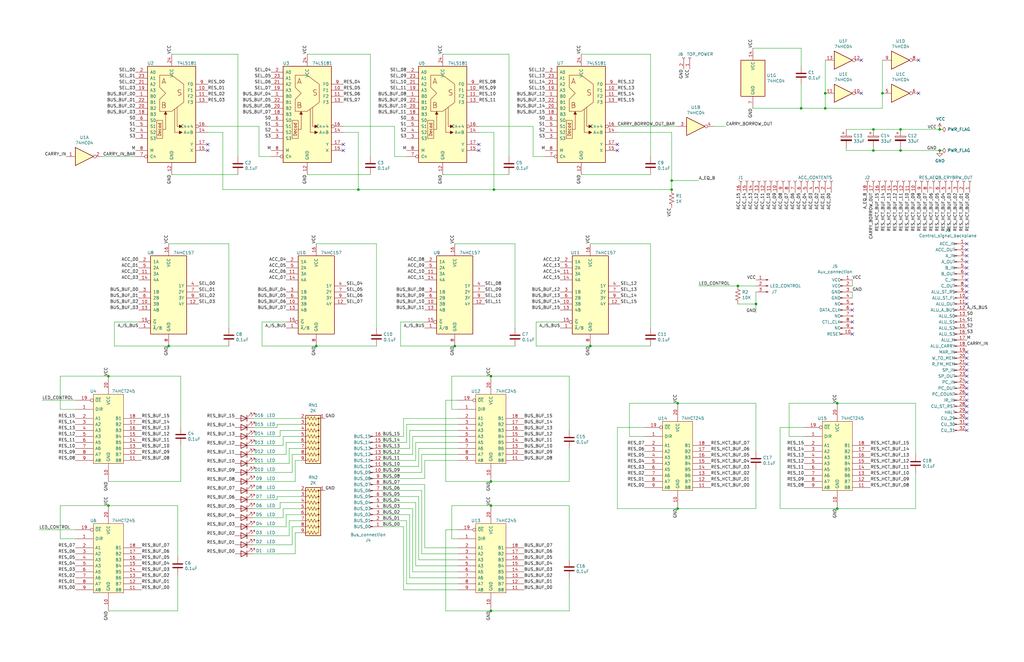
<source format=kicad_sch>
(kicad_sch (version 20211123) (generator eeschema)
  (paper "B")
  (junction (at 248.92 146.05))
  (junction (at 353.06 214.63))
  (junction (at 45.72 158.75))
  (junction (at 207.01 203.2))
  (junction (at 208.28 80.01))
  (junction (at 396.24 63.5))
  (junction (at 347.98 45.72))
  (junction (at 337.82 45.72))
  (junction (at 71.12 146.05))
  (junction (at 368.3 63.5))
  (junction (at 379.73 54.61))
  (junction (at 207.01 257.81))
  (junction (at 133.35 146.05))
  (junction (at 372.11 39.37))
  (junction (at 311.15 120.65))
  (junction (at 368.3 54.61))
  (junction (at 191.77 146.05))
  (junction (at 285.75 170.18))
  (junction (at 151.13 80.01))
  (junction (at 283.21 76.2))
  (junction (at 283.21 80.01))
  (junction (at 379.73 63.5))
  (junction (at 396.24 54.61))
  (junction (at 318.77 128.27))
  (junction (at 207.01 158.75))
  (junction (at 45.72 213.36))
  (junction (at 285.75 214.63))
  (junction (at 207.01 213.36))
  (junction (at 353.06 170.18))
  (junction (at 347.98 39.37))
  (no_connect (at 407.67 173.99))
  (no_connect (at 407.67 123.19))
  (no_connect (at 407.67 158.75))
  (no_connect (at 359.41 140.97))
  (no_connect (at 407.67 161.29))
  (no_connect (at 407.67 148.59))
  (no_connect (at 387.35 39.37))
  (no_connect (at 359.41 130.81))
  (no_connect (at 407.67 166.37))
  (no_connect (at 201.93 60.96))
  (no_connect (at 359.41 135.89))
  (no_connect (at 363.22 25.4))
  (no_connect (at 407.67 151.13))
  (no_connect (at 387.35 25.4))
  (no_connect (at 407.67 163.83))
  (no_connect (at 407.67 125.73))
  (no_connect (at 260.35 60.96))
  (no_connect (at 363.22 39.37))
  (no_connect (at 407.67 118.11))
  (no_connect (at 407.67 168.91))
  (no_connect (at 144.78 63.5))
  (no_connect (at 407.67 107.95))
  (no_connect (at 407.67 113.03))
  (no_connect (at 87.63 60.96))
  (no_connect (at 87.63 63.5))
  (no_connect (at 260.35 63.5))
  (no_connect (at 407.67 115.57))
  (no_connect (at 407.67 110.49))
  (no_connect (at 201.93 63.5))
  (no_connect (at 407.67 153.67))
  (no_connect (at 407.67 181.61))
  (no_connect (at 407.67 128.27))
  (no_connect (at 407.67 105.41))
  (no_connect (at 144.78 60.96))
  (no_connect (at 407.67 102.87))
  (no_connect (at 407.67 171.45))
  (no_connect (at 407.67 120.65))
  (no_connect (at 407.67 176.53))
  (no_connect (at 407.67 179.07))
  (no_connect (at 407.67 156.21))
  (wire (pts (xy 368.3 54.61) (xy 379.73 54.61)))
  (wire (pts (xy 118.11 214.63) (xy 118.11 212.09)))
  (wire (pts (xy 121.92 195.58) (xy 121.92 189.23)))
  (wire (pts (xy 120.65 135.89) (xy 110.49 135.89)))
  (wire (pts (xy 265.43 184.15) (xy 265.43 170.18)))
  (wire (pts (xy 119.38 184.15) (xy 127 184.15)))
  (wire (pts (xy 240.03 158.75) (xy 207.01 158.75)))
  (wire (pts (xy 31.75 172.72) (xy 25.4 172.72)))
  (wire (pts (xy 274.32 66.04) (xy 274.32 22.86)))
  (wire (pts (xy 271.78 184.15) (xy 265.43 184.15)))
  (wire (pts (xy 285.75 53.34) (xy 260.35 53.34)))
  (wire (pts (xy 74.93 213.36) (xy 74.93 234.95)))
  (wire (pts (xy 190.5 227.33) (xy 190.5 213.36)))
  (wire (pts (xy 236.22 135.89) (xy 226.06 135.89)))
  (wire (pts (xy 48.26 135.89) (xy 48.26 146.05)))
  (wire (pts (xy 58.42 135.89) (xy 48.26 135.89)))
  (wire (pts (xy 201.93 55.88) (xy 208.28 55.88)))
  (wire (pts (xy 193.04 241.3) (xy 173.99 241.3)))
  (wire (pts (xy 156.21 22.86) (xy 129.54 22.86)))
  (wire (pts (xy 106.68 222.25) (xy 120.65 222.25)))
  (wire (pts (xy 283.21 76.2) (xy 294.64 76.2)))
  (wire (pts (xy 25.4 158.75) (xy 45.72 158.75)))
  (wire (pts (xy 190.5 213.36) (xy 207.01 213.36)))
  (wire (pts (xy 171.45 219.71) (xy 161.29 219.71)))
  (wire (pts (xy 176.53 196.85) (xy 176.53 189.23)))
  (wire (pts (xy 187.96 168.91) (xy 187.96 203.2)))
  (wire (pts (xy 379.73 63.5) (xy 368.3 63.5)))
  (wire (pts (xy 347.98 39.37) (xy 347.98 45.72)))
  (wire (pts (xy 285.75 170.18) (xy 318.77 170.18)))
  (wire (pts (xy 173.99 184.15) (xy 193.04 184.15)))
  (wire (pts (xy 339.09 184.15) (xy 332.74 184.15)))
  (wire (pts (xy 106.68 214.63) (xy 118.11 214.63)))
  (wire (pts (xy 372.11 45.72) (xy 372.11 39.37)))
  (wire (pts (xy 271.78 180.34) (xy 260.35 180.34)))
  (wire (pts (xy 379.73 63.5) (xy 396.24 63.5)))
  (wire (pts (xy 193.04 236.22) (xy 176.53 236.22)))
  (wire (pts (xy 110.49 135.89) (xy 110.49 146.05)))
  (wire (pts (xy 123.19 199.39) (xy 106.68 199.39)))
  (wire (pts (xy 175.26 238.76) (xy 193.04 238.76)))
  (wire (pts (xy 187.96 203.2) (xy 207.01 203.2)))
  (wire (pts (xy 166.37 66.04) (xy 171.45 66.04)))
  (wire (pts (xy 274.32 102.87) (xy 274.32 138.43)))
  (wire (pts (xy 294.64 120.65) (xy 311.15 120.65)))
  (wire (pts (xy 106.68 180.34) (xy 116.84 180.34)))
  (wire (pts (xy 109.22 66.04) (xy 114.3 66.04)))
  (wire (pts (xy 283.21 76.2) (xy 283.21 55.88)))
  (wire (pts (xy 172.72 243.84) (xy 193.04 243.84)))
  (wire (pts (xy 171.45 246.38) (xy 171.45 219.71)))
  (wire (pts (xy 190.5 158.75) (xy 207.01 158.75)))
  (wire (pts (xy 110.49 146.05) (xy 133.35 146.05)))
  (wire (pts (xy 170.18 176.53) (xy 170.18 184.15)))
  (wire (pts (xy 224.79 53.34) (xy 224.79 66.04)))
  (wire (pts (xy 283.21 80.01) (xy 283.21 76.2)))
  (wire (pts (xy 74.93 257.81) (xy 45.72 257.81)))
  (wire (pts (xy 283.21 55.88) (xy 260.35 55.88)))
  (wire (pts (xy 25.4 227.33) (xy 25.4 213.36)))
  (wire (pts (xy 106.68 218.44) (xy 119.38 218.44)))
  (wire (pts (xy 260.35 180.34) (xy 260.35 214.63)))
  (wire (pts (xy 124.46 194.31) (xy 127 194.31)))
  (wire (pts (xy 193.04 223.52) (xy 187.96 223.52)))
  (wire (pts (xy 100.33 22.86) (xy 72.39 22.86)))
  (wire (pts (xy 124.46 203.2) (xy 124.46 194.31)))
  (wire (pts (xy 161.29 207.01) (xy 177.8 207.01)))
  (wire (pts (xy 106.68 176.53) (xy 127 176.53)))
  (wire (pts (xy 265.43 170.18) (xy 285.75 170.18)))
  (wire (pts (xy 193.04 172.72) (xy 190.5 172.72)))
  (wire (pts (xy 96.52 146.05) (xy 71.12 146.05)))
  (wire (pts (xy 337.82 45.72) (xy 317.5 45.72)))
  (wire (pts (xy 176.53 209.55) (xy 161.29 209.55)))
  (wire (pts (xy 207.01 203.2) (xy 240.03 203.2)))
  (wire (pts (xy 31.75 227.33) (xy 25.4 227.33)))
  (wire (pts (xy 193.04 191.77) (xy 177.8 191.77)))
  (wire (pts (xy 260.35 214.63) (xy 285.75 214.63)))
  (wire (pts (xy 171.45 179.07) (xy 193.04 179.07)))
  (wire (pts (xy 161.29 191.77) (xy 173.99 191.77)))
  (wire (pts (xy 43.18 66.04) (xy 57.15 66.04)))
  (wire (pts (xy 337.82 45.72) (xy 347.98 45.72)))
  (wire (pts (xy 123.19 222.25) (xy 123.19 229.87)))
  (wire (pts (xy 87.63 53.34) (xy 109.22 53.34)))
  (wire (pts (xy 116.84 180.34) (xy 116.84 179.07)))
  (wire (pts (xy 76.2 158.75) (xy 76.2 180.34)))
  (wire (pts (xy 318.77 170.18) (xy 318.77 190.5)))
  (wire (pts (xy 187.96 223.52) (xy 187.96 257.81)))
  (wire (pts (xy 74.93 242.57) (xy 74.93 257.81)))
  (wire (pts (xy 170.18 222.25) (xy 170.18 248.92)))
  (wire (pts (xy 175.26 186.69) (xy 175.26 194.31)))
  (wire (pts (xy 201.93 53.34) (xy 224.79 53.34)))
  (wire (pts (xy 106.68 226.06) (xy 121.92 226.06)))
  (wire (pts (xy 193.04 168.91) (xy 187.96 168.91)))
  (wire (pts (xy 71.12 102.87) (xy 96.52 102.87)))
  (wire (pts (xy 106.68 195.58) (xy 121.92 195.58)))
  (wire (pts (xy 248.92 102.87) (xy 274.32 102.87)))
  (wire (pts (xy 106.68 233.68) (xy 124.46 233.68)))
  (wire (pts (xy 193.04 176.53) (xy 170.18 176.53)))
  (wire (pts (xy 318.77 128.27) (xy 318.77 132.08)))
  (wire (pts (xy 172.72 189.23) (xy 161.29 189.23)))
  (wire (pts (xy 161.29 212.09) (xy 175.26 212.09)))
  (wire (pts (xy 214.63 66.04) (xy 214.63 22.86)))
  (wire (pts (xy 214.63 73.66) (xy 186.69 73.66)))
  (wire (pts (xy 45.72 213.36) (xy 74.93 213.36)))
  (wire (pts (xy 118.11 212.09) (xy 127 212.09)))
  (wire (pts (xy 379.73 62.23) (xy 379.73 63.5)))
  (wire (pts (xy 171.45 186.69) (xy 171.45 179.07)))
  (wire (pts (xy 151.13 55.88) (xy 151.13 80.01)))
  (wire (pts (xy 161.29 186.69) (xy 171.45 186.69)))
  (wire (pts (xy 144.78 53.34) (xy 166.37 53.34)))
  (wire (pts (xy 106.68 191.77) (xy 120.65 191.77)))
  (wire (pts (xy 356.87 54.61) (xy 368.3 54.61)))
  (wire (pts (xy 339.09 180.34) (xy 328.93 180.34)))
  (wire (pts (xy 123.19 229.87) (xy 106.68 229.87)))
  (wire (pts (xy 116.84 210.82) (xy 116.84 209.55)))
  (wire (pts (xy 240.03 203.2) (xy 240.03 189.23)))
  (wire (pts (xy 120.65 222.25) (xy 120.65 217.17)))
  (wire (pts (xy 379.73 54.61) (xy 396.24 54.61)))
  (wire (pts (xy 106.68 203.2) (xy 124.46 203.2)))
  (wire (pts (xy 332.74 170.18) (xy 353.06 170.18)))
  (wire (pts (xy 386.08 170.18) (xy 386.08 191.77)))
  (wire (pts (xy 193.04 181.61) (xy 172.72 181.61)))
  (wire (pts (xy 121.92 219.71) (xy 127 219.71)))
  (wire (pts (xy 226.06 146.05) (xy 248.92 146.05)))
  (wire (pts (xy 156.21 66.04) (xy 156.21 22.86)))
  (wire (pts (xy 158.75 102.87) (xy 158.75 138.43)))
  (wire (pts (xy 100.33 66.04) (xy 100.33 22.86)))
  (wire (pts (xy 116.84 179.07) (xy 127 179.07)))
  (wire (pts (xy 177.8 191.77) (xy 177.8 199.39)))
  (wire (pts (xy 25.4 213.36) (xy 45.72 213.36)))
  (wire (pts (xy 161.29 222.25) (xy 170.18 222.25)))
  (wire (pts (xy 177.8 199.39) (xy 161.29 199.39)))
  (wire (pts (xy 93.98 55.88) (xy 93.98 80.01)))
  (wire (pts (xy 76.2 203.2) (xy 45.72 203.2)))
  (wire (pts (xy 116.84 209.55) (xy 127 209.55)))
  (wire (pts (xy 179.07 194.31) (xy 193.04 194.31)))
  (wire (pts (xy 187.96 257.81) (xy 207.01 257.81)))
  (wire (pts (xy 173.99 241.3) (xy 173.99 214.63)))
  (wire (pts (xy 48.26 146.05) (xy 71.12 146.05)))
  (wire (pts (xy 208.28 80.01) (xy 283.21 80.01)))
  (wire (pts (xy 317.5 20.32) (xy 337.82 20.32)))
  (wire (pts (xy 121.92 189.23) (xy 127 189.23)))
  (wire (pts (xy 386.08 214.63) (xy 353.06 214.63)))
  (wire (pts (xy 118.11 184.15) (xy 118.11 181.61)))
  (wire (pts (xy 190.5 172.72) (xy 190.5 158.75)))
  (wire (pts (xy 337.82 35.56) (xy 337.82 45.72)))
  (wire (pts (xy 127 222.25) (xy 123.19 222.25)))
  (wire (pts (xy 119.38 218.44) (xy 119.38 214.63)))
  (wire (pts (xy 328.93 214.63) (xy 353.06 214.63)))
  (wire (pts (xy 166.37 53.34) (xy 166.37 66.04)))
  (wire (pts (xy 25.4 172.72) (xy 25.4 158.75)))
  (wire (pts (xy 127 191.77) (xy 123.19 191.77)))
  (wire (pts (xy 170.18 248.92) (xy 193.04 248.92)))
  (wire (pts (xy 173.99 191.77) (xy 173.99 184.15)))
  (wire (pts (xy 214.63 22.86) (xy 186.69 22.86)))
  (wire (pts (xy 176.53 189.23) (xy 193.04 189.23)))
  (wire (pts (xy 133.35 102.87) (xy 158.75 102.87)))
  (wire (pts (xy 191.77 102.87) (xy 217.17 102.87)))
  (wire (pts (xy 76.2 187.96) (xy 76.2 203.2)))
  (wire (pts (xy 368.3 63.5) (xy 356.87 63.5)))
  (wire (pts (xy 120.65 217.17) (xy 127 217.17)))
  (wire (pts (xy 217.17 102.87) (xy 217.17 138.43)))
  (wire (pts (xy 96.52 102.87) (xy 96.52 138.43)))
  (wire (pts (xy 156.21 73.66) (xy 129.54 73.66)))
  (wire (pts (xy 386.08 199.39) (xy 386.08 214.63)))
  (wire (pts (xy 193.04 227.33) (xy 190.5 227.33)))
  (wire (pts (xy 161.29 196.85) (xy 176.53 196.85)))
  (wire (pts (xy 121.92 226.06) (xy 121.92 219.71)))
  (wire (pts (xy 17.78 168.91) (xy 31.75 168.91)))
  (wire (pts (xy 151.13 80.01) (xy 208.28 80.01)))
  (wire (pts (xy 368.3 62.23) (xy 368.3 63.5)))
  (wire (pts (xy 120.65 191.77) (xy 120.65 186.69)))
  (wire (pts (xy 179.07 201.93) (xy 179.07 194.31)))
  (wire (pts (xy 300.99 53.34) (xy 306.07 53.34)))
  (wire (pts (xy 168.91 146.05) (xy 191.77 146.05)))
  (wire (pts (xy 356.87 63.5) (xy 356.87 62.23)))
  (wire (pts (xy 318.77 214.63) (xy 285.75 214.63)))
  (wire (pts (xy 177.8 207.01) (xy 177.8 233.68)))
  (wire (pts (xy 318.77 128.27) (xy 318.77 123.19)))
  (wire (pts (xy 318.77 198.12) (xy 318.77 214.63)))
  (wire (pts (xy 118.11 181.61) (xy 127 181.61)))
  (wire (pts (xy 161.29 217.17) (xy 172.72 217.17)))
  (wire (pts (xy 191.77 146.05) (xy 217.17 146.05)))
  (wire (pts (xy 124.46 233.68) (xy 124.46 224.79)))
  (wire (pts (xy 176.53 236.22) (xy 176.53 209.55)))
  (wire (pts (xy 175.26 212.09) (xy 175.26 238.76)))
  (wire (pts (xy 119.38 187.96) (xy 119.38 184.15)))
  (wire (pts (xy 359.41 125.73) (xy 359.41 123.19)))
  (wire (pts (xy 337.82 20.32) (xy 337.82 27.94)))
  (wire (pts (xy 100.33 73.66) (xy 72.39 73.66)))
  (wire (pts (xy 332.74 184.15) (xy 332.74 170.18)))
  (wire (pts (xy 106.68 207.01) (xy 127 207.01)))
  (wire (pts (xy 193.04 186.69) (xy 175.26 186.69)))
  (wire (pts (xy 144.78 55.88) (xy 151.13 55.88)))
  (wire (pts (xy 109.22 53.34) (xy 109.22 66.04)))
  (wire (pts (xy 120.65 186.69) (xy 127 186.69)))
  (wire (pts (xy 161.29 201.93) (xy 179.07 201.93)))
  (wire (pts (xy 240.03 257.81) (xy 207.01 257.81)))
  (wire (pts (xy 274.32 146.05) (xy 248.92 146.05)))
  (wire (pts (xy 177.8 233.68) (xy 193.04 233.68)))
  (wire (pts (xy 179.07 231.14) (xy 179.07 204.47)))
  (wire (pts (xy 328.93 180.34) (xy 328.93 214.63)))
  (wire (pts (xy 106.68 187.96) (xy 119.38 187.96)))
  (wire (pts (xy 123.19 191.77) (xy 123.19 199.39)))
  (wire (pts (xy 172.72 217.17) (xy 172.72 243.84)))
  (wire (pts (xy 175.26 194.31) (xy 161.29 194.31)))
  (wire (pts (xy 311.15 120.65) (xy 318.77 120.65)))
  (wire (pts (xy 87.63 55.88) (xy 93.98 55.88)))
  (wire (pts (xy 311.15 128.27) (xy 318.77 128.27)))
  (wire (pts (xy 240.03 243.84) (xy 240.03 257.81)))
  (wire (pts (xy 168.91 135.89) (xy 168.91 146.05)))
  (wire (pts (xy 226.06 135.89) (xy 226.06 146.05)))
  (wire (pts (xy 170.18 184.15) (xy 161.29 184.15)))
  (wire (pts (xy 347.98 45.72) (xy 372.11 45.72)))
  (wire (pts (xy 193.04 246.38) (xy 171.45 246.38)))
  (wire (pts (xy 106.68 210.82) (xy 116.84 210.82)))
  (wire (pts (xy 106.68 184.15) (xy 118.11 184.15)))
  (wire (pts (xy 45.72 158.75) (xy 76.2 158.75)))
  (wire (pts (xy 119.38 214.63) (xy 127 214.63)))
  (wire (pts (xy 93.98 80.01) (xy 151.13 80.01)))
  (wire (pts (xy 353.06 170.18) (xy 386.08 170.18)))
  (wire (pts (xy 372.11 39.37) (xy 372.11 25.4)))
  (wire (pts (xy 179.07 135.89) (xy 168.91 135.89)))
  (wire (pts (xy 359.41 120.65) (xy 359.41 118.11)))
  (wire (pts (xy 207.01 213.36) (xy 240.03 213.36)))
  (wire (pts (xy 16.51 223.52) (xy 31.75 223.52)))
  (wire (pts (xy 193.04 231.14) (xy 179.07 231.14)))
  (wire (pts (xy 274.32 73.66) (xy 245.11 73.66)))
  (wire (pts (xy 240.03 213.36) (xy 240.03 236.22)))
  (wire (pts (xy 179.07 204.47) (xy 161.29 204.47)))
  (wire (pts (xy 124.46 224.79) (xy 127 224.79)))
  (wire (pts (xy 274.32 22.86) (xy 245.11 22.86)))
  (wire (pts (xy 240.03 181.61) (xy 240.03 158.75)))
  (wire (pts (xy 208.28 55.88) (xy 208.28 80.01)))
  (wire (pts (xy 158.75 146.05) (xy 133.35 146.05)))
  (wire (pts (xy 347.98 25.4) (xy 347.98 39.37)))
  (wire (pts (xy 224.79 66.04) (xy 229.87 66.04)))
  (wire (pts (xy 172.72 181.61) (xy 172.72 189.23)))
  (wire (pts (xy 173.99 214.63) (xy 161.29 214.63)))
  (label "RES_BUF_14" (at 59.69 179.07 0))
  (label "RES_07" (at 271.78 187.96 180))
  (label "GND" (at 288.29 29.21 270))
  (label "M" (at 57.15 63.5 180))
  (label "GND" (at 137.16 176.53 0))
  (label "ACC_14" (at 236.22 115.57 180))
  (label "RES_09" (at 339.09 203.2 180))
  (label "ACC_10" (at 179.07 115.57 180))
  (label "ACC_03" (at 342.9 81.28 270))
  (label "RES_HCT_BUF_15" (at 370.84 81.28 270))
  (label "ACC_15" (at 236.22 118.11 180))
  (label "BUS_BUF_14" (at 229.87 45.72 180))
  (label "BUS_BUF_08" (at 171.45 40.64 180))
  (label "S3" (at 407.67 140.97 0))
  (label "RES_13" (at 260.35 38.1 0))
  (label "VCC" (at 72.39 22.86 90))
  (label "BUS_BUF_11" (at 179.07 130.81 180))
  (label "RES_HCT_BUF_01" (at 299.72 203.2 0))
  (label "ACC_02" (at 58.42 115.57 180))
  (label "RES_08" (at 201.93 35.56 0))
  (label "RES_HCT_BUF_02" (at 403.86 81.28 270))
  (label "VCC" (at 133.35 102.87 90))
  (label "ACC_10" (at 325.12 81.28 270))
  (label "BUS_BUF_15" (at 220.98 176.53 0))
  (label "GND" (at 191.77 146.05 270))
  (label "RES_02" (at 271.78 200.66 180))
  (label "SEL_14" (at 261.62 125.73 0))
  (label "RES_BUF_09" (at 59.69 191.77 0))
  (label "BUS_BUF_11" (at 171.45 48.26 180))
  (label "BUS_BUF_09" (at 171.45 43.18 180))
  (label "SEL_10" (at 171.45 35.56 180))
  (label "S1" (at 114.3 53.34 180))
  (label "RES_BUF_04" (at 99.06 218.44 180))
  (label "ACC_04" (at 340.36 81.28 270))
  (label "ACC_06" (at 120.65 115.57 180))
  (label "S3" (at 171.45 58.42 180))
  (label "ACC_13" (at 317.5 81.28 270))
  (label "BUS_BUF_05" (at 220.98 236.22 0))
  (label "A_EQ_B" (at 365.76 81.28 270))
  (label "S0" (at 57.15 50.8 180))
  (label "RES_10" (at 339.09 200.66 180))
  (label "SEL_00" (at 57.15 30.48 180))
  (label "SEL_13" (at 229.87 33.02 180))
  (label "ACC_07" (at 332.74 81.28 270))
  (label "BUS_BUF_08" (at 220.98 194.31 0))
  (label "ACC_11" (at 179.07 118.11 180))
  (label "RES_BUF_10" (at 59.69 189.23 0))
  (label "BUS_09" (at 161.29 199.39 0))
  (label "RES_00" (at 87.63 35.56 0))
  (label "GND" (at 317.5 45.72 270))
  (label "RES_HCT_BUF_10" (at 383.54 81.28 270))
  (label "ACC_04" (at 120.65 110.49 180))
  (label "BUS_BUF_05" (at 114.3 43.18 180))
  (label "SEL_12" (at 261.62 120.65 0))
  (label "A_IS_BUS" (at 236.22 138.43 180))
  (label "BUS_BUF_02" (at 57.15 45.72 180))
  (label "M" (at 114.3 63.5 180))
  (label "SEL_11" (at 171.45 38.1 180))
  (label "RES_HCT_BUF_00" (at 408.94 81.28 270))
  (label "ACC_05" (at 337.82 81.28 270))
  (label "RES_06" (at 271.78 190.5 180))
  (label "ACC_01" (at 347.98 81.28 270))
  (label "RES_HCT_BUF_14" (at 367.03 190.5 0))
  (label "BUS_BUF_10" (at 220.98 189.23 0))
  (label "S1" (at 171.45 53.34 180))
  (label "GND" (at 133.35 146.05 270))
  (label "BUS_BUF_13" (at 220.98 181.61 0))
  (label "BUS_02" (at 161.29 217.17 0))
  (label "CARRY_BORROW_OUT" (at 368.3 81.28 270))
  (label "BUS_05" (at 161.29 209.55 0))
  (label "SEL_12" (at 229.87 30.48 180))
  (label "RES_HCT_BUF_10" (at 367.03 200.66 0))
  (label "RES_12" (at 260.35 35.56 0))
  (label "GND" (at 45.72 257.81 270))
  (label "ACC_00" (at 58.42 110.49 180))
  (label "RES_BUF_12" (at 99.06 187.96 180))
  (label "BUS_BUF_15" (at 236.22 130.81 180))
  (label "S0" (at 407.67 133.35 0))
  (label "RES_BUF_01" (at 99.06 229.87 180))
  (label "VCC" (at 318.77 118.11 180))
  (label "BUS_13" (at 161.29 189.23 0))
  (label "BUS_BUF_12" (at 220.98 184.15 0))
  (label "S0" (at 171.45 50.8 180))
  (label "RES_BUF_14" (at 99.06 180.34 180))
  (label "VCC" (at 191.77 102.87 90))
  (label "S2" (at 229.87 55.88 180))
  (label "BUS_BUF_00" (at 58.42 123.19 180))
  (label "SEL_01" (at 57.15 33.02 180))
  (label "BUS_BUF_12" (at 229.87 40.64 180))
  (label "RES_BUF_09" (at 99.06 199.39 180))
  (label "RES_BUF_03" (at 59.69 241.3 0))
  (label "RES_12" (at 31.75 184.15 180))
  (label "SEL_02" (at 57.15 35.56 180))
  (label "LED_CONTROL" (at 294.64 120.65 0))
  (label "RES_14" (at 339.09 190.5 180))
  (label "BUS_BUF_01" (at 57.15 43.18 180))
  (label "RES_HCT_BUF_02" (at 299.72 200.66 0))
  (label "CARRY_IN" (at 27.94 66.04 180))
  (label "S2" (at 114.3 55.88 180))
  (label "CARRY_BORROW_OUT" (at 306.07 53.34 0))
  (label "RES_BUF_00" (at 59.69 248.92 0))
  (label "RES_03" (at 31.75 241.3 180))
  (label "RES_BUF_11" (at 59.69 186.69 0))
  (label "RES_HCT_BUF_09" (at 367.03 203.2 0))
  (label "RES_13" (at 31.75 181.61 180))
  (label "RES_HCT_BUF_12" (at 378.46 81.28 270))
  (label "VCC" (at 248.92 102.87 90))
  (label "RES_03" (at 87.63 43.18 0))
  (label "GND" (at 207.01 203.2 270))
  (label "RES_05" (at 271.78 193.04 180))
  (label "RES_04" (at 31.75 238.76 180))
  (label "BUS_BUF_00" (at 220.98 248.92 0))
  (label "ACC_14" (at 314.96 81.28 270))
  (label "BUS_07" (at 161.29 204.47 0))
  (label "S2" (at 171.45 55.88 180))
  (label "RES_15" (at 339.09 187.96 180))
  (label "RES_09" (at 31.75 191.77 180))
  (label "BUS_BUF_06" (at 220.98 233.68 0))
  (label "GND" (at 207.01 257.81 270))
  (label "BUS_01" (at 161.29 219.71 0))
  (label "RES_HCT_BUF_07" (at 391.16 81.28 270))
  (label "SEL_04" (at 114.3 30.48 180))
  (label "S1" (at 407.67 135.89 0))
  (label "ACC_15" (at 312.42 81.28 270))
  (label "RES_11" (at 31.75 186.69 180))
  (label "RES_15" (at 31.75 176.53 180))
  (label "BUS_BUF_02" (at 58.42 128.27 180))
  (label "RES_HCT_BUF_14" (at 373.38 81.28 270))
  (label "RES_HCT_BUF_07" (at 299.72 187.96 0))
  (label "RES_HCT_BUF_09" (at 386.08 81.28 270))
  (label "RES_09" (at 201.93 38.1 0))
  (label "CARRY_IN_BAR" (at 57.15 66.04 180))
  (label "ACC_11" (at 322.58 81.28 270))
  (label "RES_11" (at 339.09 198.12 180))
  (label "BUS_15" (at 161.29 184.15 0))
  (label "BUS_BUF_03" (at 57.15 48.26 180))
  (label "S1" (at 229.87 53.34 180))
  (label "SEL_08" (at 171.45 30.48 180))
  (label "RES_12" (at 339.09 195.58 180))
  (label "ACC_06" (at 335.28 81.28 270))
  (label "RES_BUF_10" (at 99.06 195.58 180))
  (label "BUS_BUF_07" (at 220.98 231.14 0))
  (label "ACC_01" (at 58.42 113.03 180))
  (label "BUS_BUF_04" (at 114.3 40.64 180))
  (label "SEL_05" (at 146.05 123.19 0))
  (label "S1" (at 57.15 53.34 180))
  (label "ACC_12" (at 320.04 81.28 270))
  (label "VCC" (at 45.72 158.75 90))
  (label "GND" (at 318.77 132.08 180))
  (label "S2" (at 407.67 138.43 0))
  (label "RES_HCT_BUF_11" (at 367.03 198.12 0))
  (label "S0" (at 114.3 50.8 180))
  (label "RES_06" (at 31.75 233.68 180))
  (label "RES_13" (at 339.09 193.04 180))
  (label "GND" (at 137.16 207.01 0))
  (label "ACC_09" (at 327.66 81.28 270))
  (label "CARRY_IN" (at 407.67 146.05 0))
  (label "BUS_BUF_10" (at 171.45 45.72 180))
  (label "A_EQ_B" (at 294.64 76.2 0))
  (label "ACC_09" (at 179.07 113.03 180))
  (label "S3" (at 229.87 58.42 180))
  (label "RES_BUF_00" (at 99.06 233.68 180))
  (label "SEL_06" (at 146.05 125.73 0))
  (label "BUS_14" (at 161.29 186.69 0))
  (label "SEL_03" (at 57.15 38.1 180))
  (label "SEL_00" (at 83.82 120.65 0))
  (label "RES_HCT_BUF_04" (at 398.78 81.28 270))
  (label "RES_00" (at 31.75 248.92 180))
  (label "RES_HCT_BUF_11" (at 381 81.28 270))
  (label "VCC" (at 186.69 22.86 90))
  (label "VCC" (at 45.72 213.36 90))
  (label "GND" (at 245.11 73.66 270))
  (label "BUS_BUF_10" (at 179.07 128.27 180))
  (label "BUS_BUF_00" (at 57.15 40.64 180))
  (label "BUS_08" (at 161.29 201.93 0))
  (label "RES_01" (at 31.75 246.38 180))
  (label "RES_HCT_BUF_03" (at 401.32 81.28 270))
  (label "SEL_11" (at 204.47 128.27 0))
  (label "VCC" (at 394.97 54.61 180))
  (label "BUS_11" (at 161.29 194.31 0))
  (label "RES_14" (at 31.75 179.07 180))
  (label "RES_04" (at 271.78 195.58 180))
  (label "ACC_00" (at 350.52 81.28 270))
  (label "SEL_14" (at 229.87 35.56 180))
  (label "SEL_15" (at 261.62 128.27 0))
  (label "RES_BUF_05" (at 99.06 214.63 180))
  (label "RES_06" (at 144.78 40.64 0))
  (label "LED_CONTROL" (at 17.78 168.91 0))
  (label "A_IS_BUS" (at 120.65 138.43 180))
  (label "GND" (at 285.75 214.63 270))
  (label "VCC" (at 207.01 213.36 90))
  (label "RES_HCT_BUF_06" (at 299.72 190.5 0))
  (label "VCC" (at 245.11 22.86 90))
  (label "SEL_07" (at 146.05 128.27 0))
  (label "SEL_03" (at 83.82 128.27 0))
  (label "BUS_BUF_01" (at 58.42 125.73 180))
  (label "RES_BUF_08" (at 99.06 203.2 180))
  (label "RES_BUF_15" (at 99.06 176.53 180))
  (label "SEL_06" (at 114.3 35.56 180))
  (label "M" (at 229.87 63.5 180))
  (label "BUS_BUF_09" (at 220.98 191.77 0))
  (label "VCC" (at 359.41 118.11 0))
  (label "ACC_03" (at 58.42 118.11 180))
  (label "SEL_07" (at 114.3 38.1 180))
  (label "RES_14" (at 260.35 40.64 0))
  (label "RES_BUF_07" (at 99.06 207.01 180))
  (label "BUS_BUF_05" (at 120.65 125.73 180))
  (label "RES_BUF_08" (at 59.69 194.31 0))
  (label "BUS_BUF_01" (at 220.98 246.38 0))
  (label "BUS_BUF_03" (at 220.98 241.3 0))
  (label "BUS_BUF_06" (at 114.3 45.72 180))
  (label "VCC" (at 285.75 170.18 90))
  (label "BUS_BUF_06" (at 120.65 128.27 180))
  (label "SEL_13" (at 261.62 123.19 0))
  (label "SEL_10" (at 204.47 125.73 0))
  (label "RES_HCT_BUF_00" (at 299.72 205.74 0))
  (label "BUS_BUF_08" (at 179.07 123.19 180))
  (label "RES_08" (at 339.09 205.74 180))
  (label "RES_10" (at 31.75 189.23 180))
  (label "BUS_BUF_07" (at 114.3 48.26 180))
  (label "RES_08" (at 31.75 194.31 180))
  (label "VCC" (at 317.5 20.32 90))
  (label "BUS_BUF_14" (at 220.98 179.07 0))
  (label "RES_HCT_BUF_13" (at 367.03 193.04 0))
  (label "BUS_BUF_13" (at 236.22 125.73 180))
  (label "RES_BUF_13" (at 59.69 181.61 0))
  (label "RES_BUF_13" (at 99.06 184.15 180))
  (label "BUS_BUF_13" (at 229.87 43.18 180))
  (label "RES_BUF_03" (at 99.06 222.25 180))
  (label "RES_07" (at 144.78 43.18 0))
  (label "RES_BUF_06" (at 99.06 210.82 180))
  (label "BUS_BUF_12" (at 236.22 123.19 180))
  (label "RES_BUF_04" (at 59.69 238.76 0))
  (label "BUS_BUF_11" (at 220.98 186.69 0))
  (label "ACC_12" (at 236.22 110.49 180))
  (label "RES_02" (at 87.63 40.64 0))
  (label "RES_05" (at 31.75 236.22 180))
  (label "BUS_10" (at 161.29 196.85 0))
  (label "M" (at 171.45 63.5 180))
  (label "ACC_08" (at 179.07 110.49 180))
  (label "SEL_09" (at 204.47 123.19 0))
  (label "VCC" (at 283.21 87.63 270))
  (label "RES_HCT_BUF_12" (at 367.03 195.58 0))
  (label "GND" (at 248.92 146.05 270))
  (label "ACC_13" (at 236.22 113.03 180))
  (label "GND" (at 353.06 214.63 270))
  (label "GND" (at 129.54 73.66 270))
  (label "A_IS_BUS" (at 179.07 138.43 180))
  (label "RES_15" (at 260.35 43.18 0))
  (label "RES_HCT_BUF_15" (at 367.03 187.96 0))
  (label "RES_HCT_BUF_08" (at 367.03 205.74 0))
  (label "RES_00" (at 271.78 205.74 180))
  (label "RES_BUF_02" (at 59.69 243.84 0))
  (label "GND" (at 71.12 146.05 270))
  (label "RES_03" (at 271.78 198.12 180))
  (label "GND" (at 186.69 73.66 270))
  (label "BUS_BUF_04" (at 220.98 238.76 0))
  (label "BUS_BUF_09" (at 179.07 125.73 180))
  (label "M" (at 407.67 143.51 0))
  (label "CARRY_BORROW_OUT_BAR" (at 260.35 53.34 0))
  (label "ACC_05" (at 120.65 113.03 180))
  (label "RES_05" (at 144.78 38.1 0))
  (label "LED_CONTROL" (at 16.51 223.52 0))
  (label "RES_HCT_BUF_04" (at 299.72 195.58 0))
  (label "SEL_09" (at 171.45 33.02 180))
  (label "RES_BUF_06" (at 59.69 233.68 0))
  (label "BUS_03" (at 161.29 214.63 0))
  (label "S2" (at 57.15 55.88 180))
  (label "VCC" (at 129.54 22.86 90))
  (label "BUS_00" (at 161.29 222.25 0))
  (label "RES_BUF_07" (at 59.69 231.14 0))
  (label "RES_BUF_11" (at 99.06 191.77 180))
  (label "VCC" (at 353.06 170.18 90))
  (label "S3" (at 114.3 58.42 180))
  (label "SEL_04" (at 146.05 120.65 0))
  (label "RES_07" (at 31.75 231.14 180))
  (label "BUS_BUF_04" (at 120.65 123.19 180))
  (label "GND" (at 359.41 123.19 0))
  (label "RES_BUF_12" (at 59.69 184.15 0))
  (label "BUS_12" (at 161.29 191.77 0))
  (label "BUS_BUF_14" (at 236.22 128.27 180))
  (label "BUS_BUF_03" (at 58.42 130.81 180))
  (label "RES_02" (at 31.75 243.84 180))
  (label "RES_BUF_01" (at 59.69 246.38 0))
  (label "BUS_04" (at 161.29 212.09 0))
  (label "RES_HCT_BUF_08" (at 388.62 81.28 270))
  (label "ACC_07" (at 120.65 118.11 180))
  (label "GND" (at 394.97 63.5 180))
  (label "RES_11" (at 201.93 43.18 0))
  (label "VCC" (at 290.83 29.21 270))
  (label "ACC_08" (at 330.2 81.28 270))
  (label "VCC" (at 207.01 158.75 90))
  (label "SEL_08" (at 204.47 120.65 0))
  (label "RES_01" (at 271.78 203.2 180))
  (label "ACC_02" (at 345.44 81.28 270))
  (label "RES_10" (at 201.93 40.64 0))
  (label "GND" (at 72.39 73.66 270))
  (label "BUS_06" (at 161.29 207.01 0))
  (label "RES_HCT_BUF_01" (at 406.4 81.28 270))
  (label "RES_01" (at 87.63 38.1 0))
  (label "RES_04" (at 144.78 35.56 0))
  (label "RES_HCT_BUF_06" (at 393.7 81.28 270))
  (label "RES_HCT_BUF_13" (at 375.92 81.28 270))
  (label "RES_BUF_02" (at 99.06 226.06 180))
  (label "RES_HCT_BUF_03" (at 299.72 198.12 0))
  (label "S0" (at 229.87 50.8 180))
  (label "RES_BUF_15" (at 59.69 176.53 0))
  (label "GND" (at 45.72 203.2 270))
  (label "SEL_02" (at 83.82 125.73 0))
  (label "RES_HCT_BUF_05" (at 299.72 193.04 0))
  (label "BUS_BUF_02" (at 220.98 243.84 0))
  (label "A_IS_BUS" (at 407.67 130.81 0))
  (label "SEL_15" (at 229.87 38.1 180))
  (label "RES_BUF_05" (at 59.69 236.22 0))
  (label "A_IS_BUS" (at 58.42 138.43 180))
  (label "VCC" (at 71.12 102.87 90))
  (label "SEL_05" (at 114.3 33.02 180))
  (label "S3" (at 57.15 58.42 180))
  (label "BUS_BUF_15" (at 229.87 48.26 180))
  (label "BUS_BUF_07" (at 120.65 130.81 180))
  (label "RES_HCT_BUF_05" (at 396.24 81.28 270))
  (label "SEL_01" (at 83.82 123.19 0))
  (symbol (lib_id "sixteen-bit-computer:Aux_connection") (at 354.33 128.27 0) (unit 1)
    (property "Reference" "J5" (at 352.0948 112.395 0))
    (property "Value" "Aux_connection" (at 352.0948 114.7064 0))
    (property "Footprint" "sixteen-bit-computer:aux-connection" (effects hide))
  )
  (symbol (lib_id "sixteen-bit-computer:Bus_connection") (at 158.75 204.47 0) (mirror x) (unit 1)
    (property "Reference" "J4" (at 155.2448 227.965 0))
    (property "Value" "Bus_connection" (at 155.2448 225.6536 0))
    (property "Footprint" "sixteen-bit-computer:bus-connection" (effects hide))
  )
  (symbol (lib_id "sixteen-bit-computer:Control_signal_backplane") (at 402.59 140.97 0) (unit 1)
    (property "Reference" "J3" (at 399.7198 97.155 0))
    (property "Value" "Control_signal_backplane" (at 399.7198 99.4664 0))
    (property "Footprint" "sixteen-bit-computer:backplane-connector-single-row-annotated" (effects hide))
  )
  (symbol (lib_id "sixteen-bit-computer:74HC157") (at 71.12 124.46 0) (unit 1)
    (property "Reference" "U8" (at 63.5 106.68 0))
    (property "Value" "74HC157" (at 77.47 106.68 0))
    (property "Footprint" "Package_DIP:DIP-16_W7.62mm_Socket" (effects hide))
    (property "Datasheet" "https://www.ti.com/lit/ds/symlink/sn74hct157.pdf" (effects hide))
  )
  (symbol (lib_id "sixteen-bit-computer:74HC157") (at 133.35 124.46 0) (unit 1)
    (property "Reference" "U10" (at 127 106.68 0))
    (property "Value" "74HC157" (at 139.7 106.68 0))
    (property "Footprint" "Package_DIP:DIP-16_W7.62mm_Socket" (effects hide))
    (property "Datasheet" "https://www.ti.com/lit/ds/symlink/sn74hct157.pdf" (effects hide))
  )
  (symbol (lib_id "sixteen-bit-computer:74HC157") (at 248.92 124.46 0) (unit 1)
    (property "Reference" "U11" (at 242.57 106.68 0))
    (property "Value" "74HC157" (at 255.27 106.68 0))
    (property "Footprint" "Package_DIP:DIP-16_W7.62mm_Socket" (effects hide))
    (property "Datasheet" "https://www.ti.com/lit/ds/symlink/sn74hct157.pdf" (effects hide))
  )
  (symbol (lib_id "sixteen-bit-computer:74HC157") (at 191.77 124.46 0) (unit 1)
    (property "Reference" "U9" (at 184.15 106.68 0))
    (property "Value" "74HC157" (at 198.12 106.68 0))
    (property "Footprint" "Package_DIP:DIP-16_W7.62mm_Socket" (effects hide))
    (property "Datasheet" "https://www.ti.com/lit/ds/symlink/sn74hct157.pdf" (effects hide))
  )
  (symbol (lib_id "Device:LED") (at 102.87 176.53 180) (unit 1)
    (property "Reference" "D16" (at 109.22 175.26 0))
    (property "Value" "LED" (at 114.3 175.26 0))
    (property "Footprint" "sixteen-bit-computer:LED_D5.0mm_Horizontal_O3.81mm_Z3.0mm" (effects hide))
  )
  (symbol (lib_id "Device:LED") (at 102.87 180.34 180) (unit 1)
    (property "Reference" "D15" (at 109.22 179.07 0))
    (property "Value" "LED" (at 114.3 179.07 0))
    (property "Footprint" "sixteen-bit-computer:LED_D5.0mm_Horizontal_O3.81mm_Z3.0mm" (effects hide))
  )
  (symbol (lib_id "Device:LED") (at 102.87 184.15 180) (unit 1)
    (property "Reference" "D14" (at 109.22 182.88 0))
    (property "Value" "LED" (at 114.3 182.88 0))
    (property "Footprint" "sixteen-bit-computer:LED_D5.0mm_Horizontal_O3.81mm_Z3.0mm" (effects hide))
  )
  (symbol (lib_id "Device:LED") (at 102.87 187.96 180) (unit 1)
    (property "Reference" "D13" (at 109.22 186.69 0))
    (property "Value" "LED" (at 114.3 186.69 0))
    (property "Footprint" "sixteen-bit-computer:LED_D5.0mm_Horizontal_O3.81mm_Z3.0mm" (effects hide))
  )
  (symbol (lib_id "Device:LED") (at 102.87 191.77 180) (unit 1)
    (property "Reference" "D12" (at 109.22 190.5 0))
    (property "Value" "LED" (at 114.3 190.5 0))
    (property "Footprint" "sixteen-bit-computer:LED_D5.0mm_Horizontal_O3.81mm_Z3.0mm" (effects hide))
  )
  (symbol (lib_id "Device:LED") (at 102.87 195.58 180) (unit 1)
    (property "Reference" "D11" (at 109.22 194.31 0))
    (property "Value" "LED" (at 114.3 194.31 0))
    (property "Footprint" "sixteen-bit-computer:LED_D5.0mm_Horizontal_O3.81mm_Z3.0mm" (effects hide))
  )
  (symbol (lib_id "Device:LED") (at 102.87 199.39 180) (unit 1)
    (property "Reference" "D10" (at 109.22 198.12 0))
    (property "Value" "LED" (at 114.3 198.12 0))
    (property "Footprint" "sixteen-bit-computer:LED_D5.0mm_Horizontal_O3.81mm_Z3.0mm" (effects hide))
  )
  (symbol (lib_id "Device:LED") (at 102.87 203.2 180) (unit 1)
    (property "Reference" "D9" (at 109.22 201.93 0))
    (property "Value" "LED" (at 114.3 201.93 0))
    (property "Footprint" "sixteen-bit-computer:LED_D5.0mm_Horizontal_O3.81mm_Z3.0mm" (effects hide))
  )
  (symbol (lib_id "Device:LED") (at 102.87 207.01 180) (unit 1)
    (property "Reference" "D8" (at 109.22 205.74 0))
    (property "Value" "LED" (at 114.3 205.74 0))
    (property "Footprint" "sixteen-bit-computer:LED_D5.0mm_Horizontal_O3.81mm_Z3.0mm" (effects hide))
  )
  (symbol (lib_id "Device:LED") (at 102.87 210.82 180) (unit 1)
    (property "Reference" "D7" (at 109.22 209.55 0))
    (property "Value" "LED" (at 114.3 209.55 0))
    (property "Footprint" "sixteen-bit-computer:LED_D5.0mm_Horizontal_O3.81mm_Z3.0mm" (effects hide))
  )
  (symbol (lib_id "Device:LED") (at 102.87 214.63 180) (unit 1)
    (property "Reference" "D6" (at 109.22 213.36 0))
    (property "Value" "LED" (at 114.3 213.36 0))
    (property "Footprint" "sixteen-bit-computer:LED_D5.0mm_Horizontal_O3.81mm_Z3.0mm" (effects hide))
  )
  (symbol (lib_id "Device:LED") (at 102.87 218.44 180) (unit 1)
    (property "Reference" "D5" (at 109.22 217.17 0))
    (property "Value" "LED" (at 114.3 217.17 0))
    (property "Footprint" "sixteen-bit-computer:LED_D5.0mm_Horizontal_O3.81mm_Z3.0mm" (effects hide))
  )
  (symbol (lib_id "Device:LED") (at 102.87 222.25 180) (unit 1)
    (property "Reference" "D4" (at 109.22 220.98 0))
    (property "Value" "LED" (at 114.3 220.98 0))
    (property "Footprint" "sixteen-bit-computer:LED_D5.0mm_Horizontal_O3.81mm_Z3.0mm" (effects hide))
  )
  (symbol (lib_id "Device:LED") (at 102.87 226.06 180) (unit 1)
    (property "Reference" "D3" (at 109.22 224.79 0))
    (property "Value" "LED" (at 114.3 224.79 0))
    (property "Footprint" "sixteen-bit-computer:LED_D5.0mm_Horizontal_O3.81mm_Z3.0mm" (effects hide))
  )
  (symbol (lib_id "Device:LED") (at 102.87 229.87 180) (unit 1)
    (property "Reference" "D2" (at 109.22 228.6 0))
    (property "Value" "LED" (at 114.3 228.6 0))
    (property "Footprint" "sixteen-bit-computer:LED_D5.0mm_Horizontal_O3.81mm_Z3.0mm" (effects hide))
  )
  (symbol (lib_id "Device:LED") (at 102.87 233.68 180) (unit 1)
    (property "Reference" "D1" (at 109.22 232.41 0))
    (property "Value" "LED" (at 114.3 232.41 0))
    (property "Footprint" "sixteen-bit-computer:LED_D5.0mm_Horizontal_O3.81mm_Z3.0mm" (effects hide))
  )
  (symbol (lib_id "74xx:74HC04") (at 35.56 66.04 0) (unit 1)
    (property "Reference" "U1" (at 35.56 57.9882 0))
    (property "Value" "74HC04" (at 35.56 60.2996 0))
    (property "Footprint" "Package_DIP:DIP-14_W7.62mm_Socket" (effects hide))
    (property "Datasheet" "https://assets.nexperia.com/documents/data-sheet/74HC_HCT04.pdf" (effects hide))
  )
  (symbol (lib_id "74xx:74HC04") (at 293.37 53.34 0) (unit 2)
    (property "Reference" "U1" (at 293.37 45.2882 0))
    (property "Value" "74HC04" (at 293.37 47.5996 0))
    (property "Footprint" "Package_DIP:DIP-14_W7.62mm_Socket" (effects hide))
    (property "Datasheet" "https://assets.nexperia.com/documents/data-sheet/74HC_HCT04.pdf" (effects hide))
  )
  (symbol (lib_id "74xx:74HC04") (at 379.73 39.37 0) (unit 3)
    (property "Reference" "U1" (at 379.73 31.3182 0))
    (property "Value" "74HC04" (at 379.73 33.6296 0))
    (property "Footprint" "Package_DIP:DIP-14_W7.62mm_Socket" (effects hide))
    (property "Datasheet" "https://assets.nexperia.com/documents/data-sheet/74HC_HCT04.pdf" (effects hide))
  )
  (symbol (lib_id "74xx:74HC04") (at 379.73 25.4 0) (unit 4)
    (property "Reference" "U1" (at 379.73 17.3482 0))
    (property "Value" "74HC04" (at 379.73 19.6596 0))
    (property "Footprint" "Package_DIP:DIP-14_W7.62mm_Socket" (effects hide))
    (property "Datasheet" "https://assets.nexperia.com/documents/data-sheet/74HC_HCT04.pdf" (effects hide))
  )
  (symbol (lib_id "74xx:74HC04") (at 355.6 39.37 0) (unit 5)
    (property "Reference" "U1" (at 355.6 31.3182 0))
    (property "Value" "74HC04" (at 355.6 33.6296 0))
    (property "Footprint" "Package_DIP:DIP-14_W7.62mm_Socket" (effects hide))
    (property "Datasheet" "https://assets.nexperia.com/documents/data-sheet/74HC_HCT04.pdf" (effects hide))
  )
  (symbol (lib_id "74xx:74HC04") (at 355.6 25.4 0) (unit 6)
    (property "Reference" "U1" (at 355.6 17.3482 0))
    (property "Value" "74HC04" (at 355.6 19.6596 0))
    (property "Footprint" "Package_DIP:DIP-14_W7.62mm_Socket" (effects hide))
    (property "Datasheet" "https://assets.nexperia.com/documents/data-sheet/74HC_HCT04.pdf" (effects hide))
  )
  (symbol (lib_id "74xx:74HC04") (at 317.5 33.02 0) (unit 7)
    (property "Reference" "U1" (at 323.342 31.8516 0) (effects (justify left)))
    (property "Value" "74HC04" (at 323.342 34.163 0) (effects (justify left)))
    (property "Footprint" "Package_DIP:DIP-14_W7.62mm_Socket" (effects hide))
    (property "Datasheet" "https://assets.nexperia.com/documents/data-sheet/74HC_HCT04.pdf" (effects hide))
  )
  (symbol (lib_id "sixteen-bit-computer:74HCT245") (at 45.72 237.49 0) (unit 1)
    (property "Reference" "U6" (at 39.37 219.71 0))
    (property "Value" "74HCT245" (at 52.07 219.71 0))
    (property "Footprint" "Package_DIP:DIP-20_W7.62mm_Socket" (effects hide))
  )
  (symbol (lib_id "sixteen-bit-computer:74HCT245") (at 45.72 182.88 0) (unit 1)
    (property "Reference" "U4" (at 39.37 165.1 0))
    (property "Value" "74HCT245" (at 52.07 165.1 0))
    (property "Footprint" "Package_DIP:DIP-20_W7.62mm_Socket" (effects hide))
  )
  (symbol (lib_id "Connector:Conn_01x16_Female") (at 332.74 76.2 270) (mirror x) (unit 1)
    (property "Reference" "J1" (at 311.15 74.93 90) (effects (justify left)))
    (property "Value" "ACC_CONTENTS" (at 336.55 74.93 90) (effects (justify left)))
    (property "Footprint" "Connector_PinSocket_2.54mm:PinSocket_1x16_P2.54mm_Horizontal" (effects hide))
  )
  (symbol (lib_id "Device:C") (at 100.33 69.85 0) (unit 1)
    (property "Reference" "C2" (at 103.251 68.6816 0) (effects (justify left)))
    (property "Value" "0.1uF" (at 103.251 70.993 0) (effects (justify left)))
    (property "Footprint" "Capacitor_THT:C_Disc_D4.7mm_W2.5mm_P5.00mm" (effects hide))
  )
  (symbol (lib_id "Device:C") (at 156.21 69.85 0) (unit 1)
    (property "Reference" "C3" (at 159.131 68.6816 0) (effects (justify left)))
    (property "Value" "0.1uF" (at 159.131 70.993 0) (effects (justify left)))
    (property "Footprint" "Capacitor_THT:C_Disc_D4.7mm_W2.5mm_P5.00mm" (effects hide))
  )
  (symbol (lib_id "Device:C") (at 214.63 69.85 0) (unit 1)
    (property "Reference" "C5" (at 217.551 68.6816 0) (effects (justify left)))
    (property "Value" "0.1uF" (at 217.551 70.993 0) (effects (justify left)))
    (property "Footprint" "Capacitor_THT:C_Disc_D4.7mm_W2.5mm_P5.00mm" (effects hide))
  )
  (symbol (lib_id "Device:C") (at 274.32 69.85 0) (unit 1)
    (property "Reference" "C9" (at 277.241 68.6816 0) (effects (justify left)))
    (property "Value" "0.1uF" (at 277.241 70.993 0) (effects (justify left)))
    (property "Footprint" "Capacitor_THT:C_Disc_D4.7mm_W2.5mm_P5.00mm" (effects hide))
  )
  (symbol (lib_id "Device:C") (at 96.52 142.24 0) (unit 1)
    (property "Reference" "C8" (at 99.441 141.0716 0) (effects (justify left)))
    (property "Value" "0.1uF" (at 99.441 143.383 0) (effects (justify left)))
    (property "Footprint" "Capacitor_THT:C_Disc_D4.7mm_W2.5mm_P5.00mm" (effects hide))
  )
  (symbol (lib_id "Device:C") (at 158.75 142.24 0) (unit 1)
    (property "Reference" "C10" (at 161.671 141.0716 0) (effects (justify left)))
    (property "Value" "0.1uF" (at 161.671 143.383 0) (effects (justify left)))
    (property "Footprint" "Capacitor_THT:C_Disc_D4.7mm_W2.5mm_P5.00mm" (effects hide))
  )
  (symbol (lib_id "Device:C") (at 274.32 142.24 0) (unit 1)
    (property "Reference" "C11" (at 277.241 141.0716 0) (effects (justify left)))
    (property "Value" "0.1uF" (at 277.241 143.383 0) (effects (justify left)))
    (property "Footprint" "Capacitor_THT:C_Disc_D4.7mm_W2.5mm_P5.00mm" (effects hide))
  )
  (symbol (lib_id "Device:C") (at 217.17 142.24 0) (unit 1)
    (property "Reference" "C7" (at 220.091 141.0716 0) (effects (justify left)))
    (property "Value" "0.1uF" (at 220.091 143.383 0) (effects (justify left)))
    (property "Footprint" "Capacitor_THT:C_Disc_D4.7mm_W2.5mm_P5.00mm" (effects hide))
  )
  (symbol (lib_id "Device:C") (at 74.93 238.76 0) (unit 1)
    (property "Reference" "C6" (at 77.851 237.5916 0) (effects (justify left)))
    (property "Value" "0.1uF" (at 77.851 239.903 0) (effects (justify left)))
    (property "Footprint" "Capacitor_THT:C_Disc_D4.7mm_W2.5mm_P5.00mm" (effects hide))
  )
  (symbol (lib_id "Device:C") (at 337.82 31.75 0) (unit 1)
    (property "Reference" "C1" (at 340.741 30.5816 0) (effects (justify left)))
    (property "Value" "0.1uF" (at 340.741 32.893 0) (effects (justify left)))
    (property "Footprint" "Capacitor_THT:C_Disc_D4.7mm_W2.5mm_P5.00mm" (effects hide))
  )
  (symbol (lib_id "Device:C") (at 76.2 184.15 0) (unit 1)
    (property "Reference" "C4" (at 79.121 182.9816 0) (effects (justify left)))
    (property "Value" "0.1uF" (at 79.121 185.293 0) (effects (justify left)))
    (property "Footprint" "Capacitor_THT:C_Disc_D4.7mm_W2.5mm_P5.00mm" (effects hide))
  )
  (symbol (lib_id "Device:R_Network08_US") (at 132.08 186.69 270) (unit 1)
    (property "Reference" "RN1" (at 132.08 171.0182 90))
    (property "Value" "2K" (at 132.08 173.3296 90))
    (property "Footprint" "Resistor_THT:R_Array_SIP9" (effects hide))
    (property "Datasheet" "http://www.vishay.com/docs/31509/csc.pdf" (effects hide))
  )
  (symbol (lib_id "Device:R_Network08_US") (at 132.08 217.17 270) (unit 1)
    (property "Reference" "RN2" (at 132.08 201.4982 90))
    (property "Value" "2K" (at 132.08 203.8096 90))
    (property "Footprint" "Resistor_THT:R_Array_SIP9" (effects hide))
    (property "Datasheet" "http://www.vishay.com/docs/31509/csc.pdf" (effects hide))
  )
  (symbol (lib_id "Connector:Conn_01x18_Female") (at 388.62 76.2 270) (mirror x) (unit 1)
    (property "Reference" "J2" (at 364.49 74.93 90) (effects (justify left)))
    (property "Value" "RES_AEQB_CRYBRW_OUT" (at 387.35 74.93 90) (effects (justify left)))
    (property "Footprint" "Connector_PinSocket_2.54mm:PinSocket_1x18_P2.54mm_Horizontal" (effects hide))
  )
  (symbol (lib_id "Device:R_US") (at 283.21 83.82 0) (unit 1)
    (property "Reference" "R1" (at 284.9372 82.6516 0) (effects (justify left)))
    (property "Value" "1K" (at 284.9372 84.963 0) (effects (justify left)))
    (property "Footprint" "Resistor_THT:R_Axial_DIN0207_L6.3mm_D2.5mm_P10.16mm_Horizontal" (effects hide))
  )
  (symbol (lib_id "power:VCC") (at 396.24 54.61 0) (unit 1)
    (property "Reference" "#PWR01" (effects hide))
    (property "Value" "VCC" (at 396.6718 50.2158 0))
  )
  (symbol (lib_id "power:GND") (at 396.24 63.5 0) (unit 1)
    (property "Reference" "#PWR02" (effects hide))
    (property "Value" "GND" (at 396.367 67.8942 0))
  )
  (symbol (lib_id "power:PWR_FLAG") (at 396.24 54.61 270) (unit 1)
    (property "Reference" "#FLG01" (effects hide))
    (property "Value" "PWR_FLAG" (at 399.4912 54.61 90) (effects (justify left)))
  )
  (symbol (lib_id "power:PWR_FLAG") (at 396.24 63.5 270) (unit 1)
    (property "Reference" "#FLG02" (effects hide))
    (property "Value" "PWR_FLAG" (at 399.4912 63.5 90) (effects (justify left)))
  )
  (symbol (lib_id "alu-rescue:CP-Device") (at 379.73 58.42 0) (unit 1)
    (property "Reference" "C12" (at 382.7272 57.2516 0) (effects (justify left)))
    (property "Value" "33uF" (at 382.7272 59.563 0) (effects (justify left)))
    (property "Footprint" "Capacitor_THT:CP_Radial_D6.3mm_P2.50mm" (effects hide))
  )
  (symbol (lib_id "alu-rescue:CP-Device") (at 368.3 58.42 0) (unit 1)
    (property "Reference" "C14" (at 371.2972 57.2516 0) (effects (justify left)))
    (property "Value" "33uF" (at 371.2972 59.563 0) (effects (justify left)))
    (property "Footprint" "Capacitor_THT:CP_Radial_D6.3mm_P2.50mm" (effects hide))
  )
  (symbol (lib_id "alu-rescue:CP-Device") (at 356.87 58.42 0) (unit 1)
    (property "Reference" "C13" (at 359.8672 57.2516 0) (effects (justify left)))
    (property "Value" "33uF" (at 359.8672 59.563 0) (effects (justify left)))
    (property "Footprint" "Capacitor_THT:CP_Radial_D6.3mm_P2.50mm" (effects hide))
  )
  (symbol (lib_id "sixteen-bit-computer:74LS181") (at 72.39 48.26 0) (unit 1)
    (property "Reference" "U2" (at 63.5 26.67 0))
    (property "Value" "74LS181" (at 78.74 26.67 0))
    (property "Footprint" "Package_DIP:DIP-24_W15.24mm_Socket" (effects hide))
    (property "Datasheet" "74xx/74F181.pdf" (effects hide))
  )
  (symbol (lib_id "sixteen-bit-computer:74LS181") (at 129.54 48.26 0) (unit 1)
    (property "Reference" "U3" (at 120.65 26.67 0))
    (property "Value" "74LS181" (at 135.89 26.67 0))
    (property "Footprint" "Package_DIP:DIP-24_W15.24mm_Socket" (effects hide))
    (property "Datasheet" "74xx/74F181.pdf" (effects hide))
  )
  (symbol (lib_id "sixteen-bit-computer:74LS181") (at 186.69 48.26 0) (unit 1)
    (property "Reference" "U5" (at 177.8 26.67 0))
    (property "Value" "74LS181" (at 193.04 26.67 0))
    (property "Footprint" "Package_DIP:DIP-24_W15.24mm_Socket" (effects hide))
    (property "Datasheet" "74xx/74F181.pdf" (effects hide))
  )
  (symbol (lib_id "sixteen-bit-computer:74LS181") (at 245.11 48.26 0) (unit 1)
    (property "Reference" "U7" (at 236.22 26.67 0))
    (property "Value" "74LS181" (at 251.46 26.67 0))
    (property "Footprint" "Package_DIP:DIP-24_W15.24mm_Socket" (effects hide))
    (property "Datasheet" "74xx/74F181.pdf" (effects hide))
  )
  (symbol (lib_id "sixteen-bit-computer:74HC245") (at 207.01 182.88 0) (unit 1)
    (property "Reference" "U12" (at 200.66 165.1 0))
    (property "Value" "74HC245" (at 213.36 165.1 0))
    (property "Footprint" "Package_DIP:DIP-20_W7.62mm_Socket" (effects hide))
    (property "Datasheet" "https://www.ti.com/lit/ds/symlink/cd74hc245.pdf" (effects hide))
  )
  (symbol (lib_id "sixteen-bit-computer:74HC245") (at 207.01 237.49 0) (unit 1)
    (property "Reference" "U13" (at 200.66 219.71 0))
    (property "Value" "74HC245" (at 213.36 219.71 0))
    (property "Footprint" "Package_DIP:DIP-20_W7.62mm_Socket" (effects hide))
    (property "Datasheet" "https://www.ti.com/lit/ds/symlink/cd74hc245.pdf" (effects hide))
  )
  (symbol (lib_id "Connector:Conn_01x02_Female") (at 290.83 24.13 270) (mirror x) (unit 1)
    (property "Reference" "J6" (at 285.75 22.86 90) (effects (justify left)))
    (property "Value" "TOP_POWER" (at 289.56 22.86 90) (effects (justify left)))
    (property "Footprint" "Connector_PinSocket_2.54mm:PinSocket_1x02_P2.54mm_Horizontal" (effects hide))
  )
  (symbol (lib_id "Connector:Conn_01x03_Male") (at 323.85 120.65 0) (mirror y) (unit 1)
    (property "Reference" "J7" (at 327.66 123.19 0) (effects (justify left)))
    (property "Value" "LED_CONTROL" (at 337.82 120.65 0) (effects (justify left)))
    (property "Footprint" "Connector_PinHeader_2.54mm:PinHeader_1x03_P2.54mm_Horizontal" (effects hide))
  )
  (symbol (lib_id "Device:R_US") (at 311.15 124.46 0) (unit 1)
    (property "Reference" "R2" (at 312.8772 123.2916 0) (effects (justify left)))
    (property "Value" "10K" (at 312.8772 125.603 0) (effects (justify left)))
    (property "Footprint" "Resistor_THT:R_Axial_DIN0207_L6.3mm_D2.5mm_P10.16mm_Horizontal" (effects hide))
  )
  (symbol (lib_id "Device:C") (at 240.03 185.42 0) (unit 1)
    (property "Reference" "C15" (at 242.951 184.2516 0) (effects (justify left)))
    (property "Value" "0.1uF" (at 242.951 186.563 0) (effects (justify left)))
    (property "Footprint" "Capacitor_THT:C_Disc_D4.7mm_W2.5mm_P5.00mm" (effects hide))
  )
  (symbol (lib_id "Device:C") (at 240.03 240.03 0) (unit 1)
    (property "Reference" "C16" (at 242.951 238.8616 0) (effects (justify left)))
    (property "Value" "0.1uF" (at 242.951 241.173 0) (effects (justify left)))
    (property "Footprint" "Capacitor_THT:C_Disc_D4.7mm_W2.5mm_P5.00mm" (effects hide))
  )
  (symbol (lib_id "sixteen-bit-computer:74HCT245") (at 285.75 194.31 0) (unit 1)
    (property "Reference" "U14" (at 279.4 176.53 0))
    (property "Value" "74HCT245" (at 292.1 176.53 0))
    (property "Footprint" "Package_DIP:DIP-20_W7.62mm_Socket" (effects hide))
  )
  (symbol (lib_id "Device:C") (at 318.77 194.31 0) (unit 1)
    (property "Reference" "C17" (at 321.691 193.1416 0) (effects (justify left)))
    (property "Value" "0.1uF" (at 321.691 195.453 0) (effects (justify left)))
    (property "Footprint" "Capacitor_THT:C_Disc_D4.7mm_W2.5mm_P5.00mm" (effects hide))
  )
  (symbol (lib_id "Device:C") (at 386.08 195.58 0) (unit 1)
    (property "Reference" "C18" (at 389.001 194.4116 0) (effects (justify left)))
    (property "Value" "0.1uF" (at 389.001 196.723 0) (effects (justify left)))
    (property "Footprint" "Capacitor_THT:C_Disc_D4.7mm_W2.5mm_P5.00mm" (effects hide))
  )
  (symbol (lib_id "sixteen-bit-computer:74HCT245") (at 353.06 194.31 0) (unit 1)
    (property "Reference" "U15" (at 346.71 176.53 0))
    (property "Value" "74HCT245" (at 359.41 176.53 0))
    (property "Footprint" "Package_DIP:DIP-20_W7.62mm_Socket" (effects hide))
  )
)
</source>
